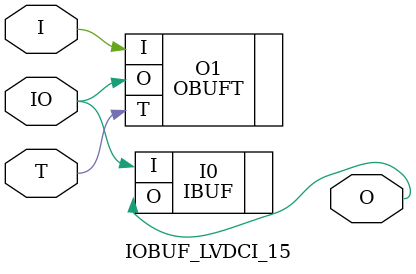
<source format=v>


`timescale  1 ps / 1 ps


module IOBUF_LVDCI_15 (O, IO, I, T);

    output O;

    inout  IO;

    input  I, T;

        OBUFT #(.IOSTANDARD("LVDCI_15") ) O1 (.O(IO), .I(I), .T(T)); 
	IBUF #(.IOSTANDARD("LVDCI_15"))  I0 (.O(O), .I(IO));
        

endmodule



</source>
